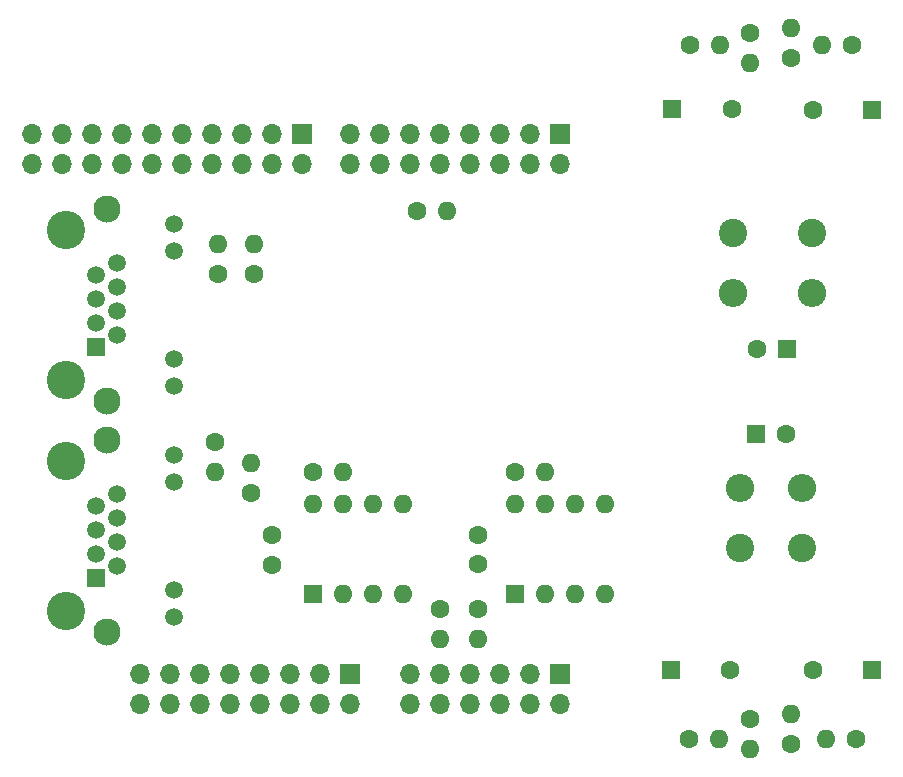
<source format=gbr>
%TF.GenerationSoftware,KiCad,Pcbnew,(6.0.10-0)*%
%TF.CreationDate,2023-03-03T14:43:48-05:00*%
%TF.ProjectId,shield,73686965-6c64-42e6-9b69-6361645f7063,rev?*%
%TF.SameCoordinates,Original*%
%TF.FileFunction,Soldermask,Bot*%
%TF.FilePolarity,Negative*%
%FSLAX46Y46*%
G04 Gerber Fmt 4.6, Leading zero omitted, Abs format (unit mm)*
G04 Created by KiCad (PCBNEW (6.0.10-0)) date 2023-03-03 14:43:48*
%MOMM*%
%LPD*%
G01*
G04 APERTURE LIST*
%ADD10R,1.600000X1.600000*%
%ADD11O,1.600000X1.600000*%
%ADD12C,1.600000*%
%ADD13C,2.400000*%
%ADD14O,2.400000X2.400000*%
%ADD15C,3.250000*%
%ADD16R,1.500000X1.500000*%
%ADD17C,1.500000*%
%ADD18C,2.300000*%
%ADD19R,1.700000X1.700000*%
%ADD20O,1.700000X1.700000*%
G04 APERTURE END LIST*
D10*
%TO.C,U2*%
X118100000Y-111500000D03*
D11*
X120640000Y-111500000D03*
X123180000Y-111500000D03*
X125720000Y-111500000D03*
X125720000Y-103880000D03*
X123180000Y-103880000D03*
X120640000Y-103880000D03*
X118100000Y-103880000D03*
%TD*%
D12*
%TO.C,R16*%
X138000000Y-122110000D03*
D11*
X138000000Y-124650000D03*
%TD*%
D10*
%TO.C,U1*%
X101000000Y-111500000D03*
D11*
X103540000Y-111500000D03*
X106080000Y-111500000D03*
X108620000Y-111500000D03*
X108620000Y-103880000D03*
X106080000Y-103880000D03*
X103540000Y-103880000D03*
X101000000Y-103880000D03*
%TD*%
D10*
%TO.C,C5*%
X148315000Y-117950000D03*
D12*
X143315000Y-117950000D03*
%TD*%
%TO.C,R8*%
X92900000Y-84445000D03*
D11*
X92900000Y-81905000D03*
%TD*%
D12*
%TO.C,R14*%
X138000000Y-64055000D03*
D11*
X138000000Y-66595000D03*
%TD*%
D13*
%TO.C,R20*%
X137100000Y-107615000D03*
D14*
X137100000Y-102535000D03*
%TD*%
D15*
%TO.C,J2*%
X80085000Y-93390000D03*
X80085000Y-80690000D03*
D16*
X82625000Y-90600000D03*
D17*
X84405000Y-89584000D03*
X82625000Y-88568000D03*
X84405000Y-87552000D03*
X82625000Y-86536000D03*
X84405000Y-85520000D03*
X82625000Y-84504000D03*
X84405000Y-83488000D03*
X89225000Y-93900000D03*
X89225000Y-91610000D03*
X89225000Y-82470000D03*
X89225000Y-80180000D03*
D18*
X83515000Y-95170000D03*
X83515000Y-78910000D03*
%TD*%
D12*
%TO.C,R1*%
X100955000Y-101200000D03*
D11*
X103495000Y-101200000D03*
%TD*%
D12*
%TO.C,R13*%
X141456250Y-66145000D03*
D11*
X141456250Y-63605000D03*
%TD*%
D19*
%TO.C,J4*%
X121844000Y-118260000D03*
D20*
X121844000Y-120800000D03*
X119304000Y-118260000D03*
X119304000Y-120800000D03*
X116764000Y-118260000D03*
X116764000Y-120800000D03*
X114224000Y-118260000D03*
X114224000Y-120800000D03*
X111684000Y-118260000D03*
X111684000Y-120800000D03*
X109144000Y-118260000D03*
X109144000Y-120800000D03*
%TD*%
D12*
%TO.C,C1*%
X114920000Y-106500000D03*
X114920000Y-109000000D03*
%TD*%
D13*
%TO.C,R19*%
X142400000Y-107615000D03*
D14*
X142400000Y-102535000D03*
%TD*%
D12*
%TO.C,R3*%
X118095000Y-101200000D03*
D11*
X120635000Y-101200000D03*
%TD*%
D12*
%TO.C,R9*%
X146640000Y-65000000D03*
D11*
X144100000Y-65000000D03*
%TD*%
D19*
%TO.C,J5*%
X100000000Y-72600000D03*
D20*
X100000000Y-75140000D03*
X97460000Y-72600000D03*
X97460000Y-75140000D03*
X94920000Y-72600000D03*
X94920000Y-75140000D03*
X92380000Y-72600000D03*
X92380000Y-75140000D03*
X89840000Y-72600000D03*
X89840000Y-75140000D03*
X87300000Y-72600000D03*
X87300000Y-75140000D03*
X84760000Y-72600000D03*
X84760000Y-75140000D03*
X82220000Y-72600000D03*
X82220000Y-75140000D03*
X79680000Y-72600000D03*
X79680000Y-75140000D03*
X77140000Y-72600000D03*
X77140000Y-75140000D03*
%TD*%
D15*
%TO.C,J1*%
X80085000Y-112990000D03*
X80085000Y-100290000D03*
D16*
X82625000Y-110200000D03*
D17*
X84405000Y-109184000D03*
X82625000Y-108168000D03*
X84405000Y-107152000D03*
X82625000Y-106136000D03*
X84405000Y-105120000D03*
X82625000Y-104104000D03*
X84405000Y-103088000D03*
X89225000Y-113500000D03*
X89225000Y-111210000D03*
X89225000Y-102070000D03*
X89225000Y-99780000D03*
D18*
X83515000Y-98510000D03*
X83515000Y-114770000D03*
%TD*%
D12*
%TO.C,C2*%
X97520000Y-106534000D03*
X97520000Y-109034000D03*
%TD*%
%TO.C,R2*%
X111700000Y-112755000D03*
D11*
X111700000Y-115295000D03*
%TD*%
D12*
%TO.C,R4*%
X114900000Y-112755000D03*
D11*
X114900000Y-115295000D03*
%TD*%
D19*
%TO.C,J6*%
X121875000Y-72600000D03*
D20*
X121844000Y-75140000D03*
X119304000Y-72600000D03*
X119304000Y-75140000D03*
X116764000Y-72600000D03*
X116764000Y-75140000D03*
X114224000Y-72600000D03*
X114224000Y-75140000D03*
X111684000Y-72600000D03*
X111684000Y-75140000D03*
X109144000Y-72600000D03*
X109144000Y-75140000D03*
X106604000Y-72600000D03*
X106604000Y-75140000D03*
X104064000Y-72600000D03*
X104064000Y-75140000D03*
%TD*%
D13*
%TO.C,R17*%
X143200000Y-80985000D03*
D14*
X143200000Y-86065000D03*
%TD*%
D10*
%TO.C,C6*%
X131315000Y-117950000D03*
D12*
X136315000Y-117950000D03*
%TD*%
%TO.C,R10*%
X132855000Y-65000000D03*
D11*
X135395000Y-65000000D03*
%TD*%
D12*
%TO.C,R6*%
X92700000Y-98655000D03*
D11*
X92700000Y-101195000D03*
%TD*%
D10*
%TO.C,C11*%
X141060226Y-90768974D03*
D12*
X138560226Y-90768974D03*
%TD*%
D10*
%TO.C,C12*%
X138474440Y-98000000D03*
D12*
X140974440Y-98000000D03*
%TD*%
%TO.C,R12*%
X132810000Y-123792500D03*
D11*
X135350000Y-123792500D03*
%TD*%
D12*
%TO.C,R15*%
X141400000Y-124200000D03*
D11*
X141400000Y-121660000D03*
%TD*%
D10*
%TO.C,C4*%
X131406250Y-70500000D03*
D12*
X136406250Y-70500000D03*
%TD*%
%TO.C,R25*%
X109755000Y-79100000D03*
D11*
X112295000Y-79100000D03*
%TD*%
D13*
%TO.C,R18*%
X136500000Y-80985000D03*
D14*
X136500000Y-86065000D03*
%TD*%
D10*
%TO.C,C3*%
X148306250Y-70508750D03*
D12*
X143306250Y-70508750D03*
%TD*%
D19*
%TO.C,J3*%
X104064000Y-118260000D03*
D20*
X104064000Y-120800000D03*
X101524000Y-118260000D03*
X101524000Y-120800000D03*
X98984000Y-118260000D03*
X98984000Y-120800000D03*
X96444000Y-118260000D03*
X96444000Y-120800000D03*
X93904000Y-118260000D03*
X93904000Y-120800000D03*
X91364000Y-118260000D03*
X91364000Y-120800000D03*
X88824000Y-118260000D03*
X88824000Y-120800000D03*
X86284000Y-118260000D03*
X86284000Y-120800000D03*
%TD*%
D12*
%TO.C,R11*%
X146970000Y-123792500D03*
D11*
X144430000Y-123792500D03*
%TD*%
D12*
%TO.C,R5*%
X95750000Y-103000000D03*
D11*
X95750000Y-100460000D03*
%TD*%
D12*
%TO.C,R7*%
X96000000Y-84445000D03*
D11*
X96000000Y-81905000D03*
%TD*%
M02*

</source>
